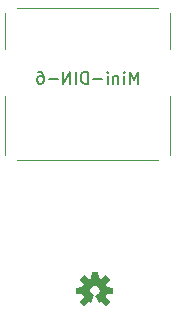
<source format=gbr>
%TF.GenerationSoftware,KiCad,Pcbnew,6.0.11+dfsg-1*%
%TF.CreationDate,2024-09-22T16:02:18-05:00*%
%TF.ProjectId,ps2_pico_hat,7073325f-7069-4636-9f5f-6861742e6b69,rev?*%
%TF.SameCoordinates,Original*%
%TF.FileFunction,Legend,Bot*%
%TF.FilePolarity,Positive*%
%FSLAX46Y46*%
G04 Gerber Fmt 4.6, Leading zero omitted, Abs format (unit mm)*
G04 Created by KiCad (PCBNEW 6.0.11+dfsg-1) date 2024-09-22 16:02:18*
%MOMM*%
%LPD*%
G01*
G04 APERTURE LIST*
%ADD10C,0.150000*%
%ADD11C,0.120000*%
G04 APERTURE END LIST*
D10*
%TO.C,Mini-DIN-6*%
X113088095Y-84702380D02*
X113088095Y-83702380D01*
X112754761Y-84416666D01*
X112421428Y-83702380D01*
X112421428Y-84702380D01*
X111945238Y-84702380D02*
X111945238Y-84035714D01*
X111945238Y-83702380D02*
X111992857Y-83750000D01*
X111945238Y-83797619D01*
X111897619Y-83750000D01*
X111945238Y-83702380D01*
X111945238Y-83797619D01*
X111469047Y-84035714D02*
X111469047Y-84702380D01*
X111469047Y-84130952D02*
X111421428Y-84083333D01*
X111326190Y-84035714D01*
X111183333Y-84035714D01*
X111088095Y-84083333D01*
X111040476Y-84178571D01*
X111040476Y-84702380D01*
X110564285Y-84702380D02*
X110564285Y-84035714D01*
X110564285Y-83702380D02*
X110611904Y-83750000D01*
X110564285Y-83797619D01*
X110516666Y-83750000D01*
X110564285Y-83702380D01*
X110564285Y-83797619D01*
X110088095Y-84321428D02*
X109326190Y-84321428D01*
X108850000Y-84702380D02*
X108850000Y-83702380D01*
X108611904Y-83702380D01*
X108469047Y-83750000D01*
X108373809Y-83845238D01*
X108326190Y-83940476D01*
X108278571Y-84130952D01*
X108278571Y-84273809D01*
X108326190Y-84464285D01*
X108373809Y-84559523D01*
X108469047Y-84654761D01*
X108611904Y-84702380D01*
X108850000Y-84702380D01*
X107850000Y-84702380D02*
X107850000Y-83702380D01*
X107373809Y-84702380D02*
X107373809Y-83702380D01*
X106802380Y-84702380D01*
X106802380Y-83702380D01*
X106326190Y-84321428D02*
X105564285Y-84321428D01*
X104659523Y-83702380D02*
X104850000Y-83702380D01*
X104945238Y-83750000D01*
X104992857Y-83797619D01*
X105088095Y-83940476D01*
X105135714Y-84130952D01*
X105135714Y-84511904D01*
X105088095Y-84607142D01*
X105040476Y-84654761D01*
X104945238Y-84702380D01*
X104754761Y-84702380D01*
X104659523Y-84654761D01*
X104611904Y-84607142D01*
X104564285Y-84511904D01*
X104564285Y-84273809D01*
X104611904Y-84178571D01*
X104659523Y-84130952D01*
X104754761Y-84083333D01*
X104945238Y-84083333D01*
X105040476Y-84130952D01*
X105088095Y-84178571D01*
X105135714Y-84273809D01*
D11*
X115850000Y-81750000D02*
X115850000Y-78750000D01*
X114850000Y-78300000D02*
X102850000Y-78300000D01*
X115850000Y-90750000D02*
X115850000Y-85750000D01*
X101850000Y-90750000D02*
X101850000Y-85750000D01*
X114850000Y-91200000D02*
X102850000Y-91200000D01*
X101850000Y-81750000D02*
X101850000Y-78750000D01*
%TO.C,LOGO1*%
G36*
X109776084Y-101177954D02*
G01*
X110007823Y-101273965D01*
X110402620Y-100952054D01*
X110756946Y-101306380D01*
X110435035Y-101701177D01*
X110531046Y-101932916D01*
X111037800Y-101984439D01*
X111037800Y-102485561D01*
X110531046Y-102537084D01*
X110435035Y-102768823D01*
X110756946Y-103163620D01*
X110402620Y-103517946D01*
X110012922Y-103200192D01*
X109980597Y-103218577D01*
X109829332Y-103288732D01*
X109603290Y-102743100D01*
X109382323Y-102743100D01*
X109723312Y-102538773D01*
X109796923Y-102457565D01*
X109866176Y-102229233D01*
X109850813Y-102123431D01*
X109803589Y-102021038D01*
X109729234Y-101936276D01*
X109633868Y-101876119D01*
X109525342Y-101845520D01*
X109412594Y-101847001D01*
X109304913Y-101880439D01*
X109211158Y-101943082D01*
X109139053Y-102029771D01*
X109094536Y-102133366D01*
X109081271Y-102245339D01*
X109100351Y-102356468D01*
X109147738Y-102452600D01*
X109385321Y-102645073D01*
X109117399Y-103291794D01*
X108936823Y-103198770D01*
X108545380Y-103517946D01*
X108191054Y-103163620D01*
X108512965Y-102768823D01*
X108416954Y-102537084D01*
X107910200Y-102485561D01*
X107910200Y-101984439D01*
X108416954Y-101932916D01*
X108512965Y-101701177D01*
X108191054Y-101306380D01*
X108545380Y-100952054D01*
X108936823Y-101271231D01*
X109050530Y-101212656D01*
X109172353Y-101173649D01*
X109223439Y-100671200D01*
X109724561Y-100671200D01*
X109776084Y-101177954D01*
G37*
%TD*%
M02*

</source>
